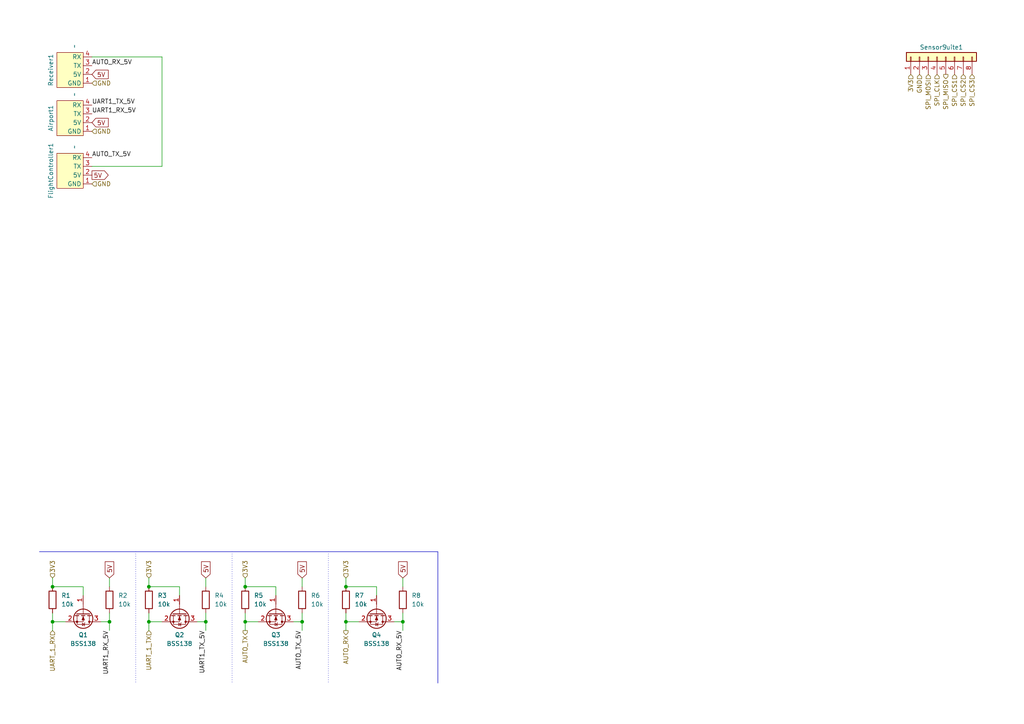
<source format=kicad_sch>
(kicad_sch (version 20250114) (generator "eeschema") (generator_version "9.0")
  (paper "A4")
  (title_block (title "aeronode") (date "2025-04-18") (rev "0.1") (company "Moonlit Garage, Inc"))
  (lib_symbols
    (symbol "Connector_Generic:Conn_01x08" (pin_names (offset 1.016) (hide yes))
      (property "Reference" "J" (at 0 10.16 0))
      (property "Value" "Conn_01x08" (at 0 -12.7 0))
      (symbol "Conn_01x08_1_1"
        (rectangle (start -1.27 8.89) (end 1.27 -11.43) (stroke (width 0.254)) (fill (type background)))
        (rectangle (start -1.27 7.747) (end 0 7.493) (stroke (width 0.1524)))
        (rectangle (start -1.27 5.207) (end 0 4.953) (stroke (width 0.1524)))
        (rectangle (start -1.27 2.667) (end 0 2.413) (stroke (width 0.1524)))
        (rectangle (start -1.27 0.127) (end 0 -0.127) (stroke (width 0.1524)))
        (rectangle (start -1.27 -2.413) (end 0 -2.667) (stroke (width 0.1524)))
        (rectangle (start -1.27 -4.953) (end 0 -5.207) (stroke (width 0.1524)))
        (rectangle (start -1.27 -7.493) (end 0 -7.747) (stroke (width 0.1524)))
        (rectangle (start -1.27 -10.033) (end 0 -10.287) (stroke (width 0.1524)))
        (pin passive line (at -5.08 7.62 0) (length 3.81) (name "Pin_1") (number "1"))
        (pin passive line (at -5.08 5.08 0) (length 3.81) (name "Pin_2") (number "2"))
        (pin passive line (at -5.08 2.54 0) (length 3.81) (name "Pin_3") (number "3"))
        (pin passive line (at -5.08 0 0) (length 3.81) (name "Pin_4") (number "4"))
        (pin passive line (at -5.08 -2.54 0) (length 3.81) (name "Pin_5") (number "5"))
        (pin passive line (at -5.08 -5.08 0) (length 3.81) (name "Pin_6") (number "6"))
        (pin passive line (at -5.08 -7.62 0) (length 3.81) (name "Pin_7") (number "7"))
        (pin passive line (at -5.08 -10.16 0) (length 3.81) (name "Pin_8") (number "8"))
      )
    )
    (symbol "Device:R" (pin_numbers (hide yes)) (pin_names (offset 0))
      (property "Reference" "R" (at 2.032 0 90))
      (property "Value" "R" (at 0 0 90))
      (symbol "R_0_1"
        (rectangle (start -1.016 -2.54) (end 1.016 2.54) (stroke (width 0.254)))
      )
      (symbol "R_1_1"
        (pin passive line (at 0 3.81 270) (length 1.27) (name "~") (number "1"))
        (pin passive line (at 0 -3.81 90) (length 1.27) (name "~") (number "2"))
      )
    )
    (symbol "Transistor_FET:BSS138" (pin_names (hide yes))
      (property "Reference" "Q" (at 5.08 1.905 0))
      (property "Value" "BSS138" (at 5.08 0 0))
      (symbol "BSS138_0_1"
        (polyline (pts (xy 0.254 1.905) (xy 0.254 -1.905)) (stroke (width 0.254)))
        (polyline (pts (xy 0.254 0) (xy -2.54 0)))
        (polyline (pts (xy 0.762 2.286) (xy 0.762 1.27)) (stroke (width 0.254)))
        (polyline (pts (xy 0.762 0.508) (xy 0.762 -0.508)) (stroke (width 0.254)))
        (polyline (pts (xy 0.762 -1.27) (xy 0.762 -2.286)) (stroke (width 0.254)))
        (polyline (pts (xy 0.762 -1.778) (xy 3.302 -1.778) (xy 3.302 1.778) (xy 0.762 1.778)))
        (polyline (pts (xy 1.016 0) (xy 2.032 0.381) (xy 2.032 -0.381) (xy 1.016 0)) (fill (type outline)))
        (circle (center 1.651 0) (radius 2.794) (stroke (width 0.254)))
        (polyline (pts (xy 2.54 2.54) (xy 2.54 1.778)))
        (circle (center 2.54 1.778) (radius 0.254) (fill (type outline)))
        (circle (center 2.54 -1.778) (radius 0.254) (fill (type outline)))
        (polyline (pts (xy 2.54 -2.54) (xy 2.54 0) (xy 0.762 0)))
        (polyline (pts (xy 2.794 0.508) (xy 2.921 0.381) (xy 3.683 0.381) (xy 3.81 0.254)))
        (polyline (pts (xy 3.302 0.381) (xy 2.921 -0.254) (xy 3.683 -0.254) (xy 3.302 0.381)))
      )
      (symbol "BSS138_1_1"
        (pin input line (at -5.08 0 0) (length 2.54) (name "G") (number "1"))
        (pin passive line (at 2.54 5.08 270) (length 2.54) (name "D") (number "3"))
        (pin passive line (at 2.54 -5.08 90) (length 2.54) (name "S") (number "2"))
      )
    )
    (symbol "elrs:ELRS_SMD"
      (property "Reference" "ELRS" (at 0 2.54 0))
      (symbol "ELRS_SMD_1_1"
        (rectangle (start -5.08 3.81) (end 5.08 -3.81) (fill (type background)))
        (pin input line (at -3.81 -6.35 90) (length 2.54) (name "GND") (number "1"))
        (pin input line (at -1.27 -6.35 90) (length 2.54) (name "5V") (number "2"))
        (pin output line (at 1.27 -6.35 90) (length 2.54) (name "TX") (number "3"))
        (pin input line (at 3.81 -6.35 90) (length 2.54) (name "RX") (number "4"))
      )
    )
  )
  (junction (at 43.18 170.18))
  (junction (at 31.75 180.34))
  (junction (at 43.18 180.34))
  (junction (at 15.24 170.18))
  (junction (at 71.12 170.18))
  (junction (at 87.63 180.34))
  (junction (at 59.69 180.34))
  (junction (at 100.33 170.18))
  (junction (at 15.24 180.34))
  (junction (at 100.33 180.34))
  (junction (at 116.84 180.34))
  (junction (at 71.12 180.34))
  (wire (pts (xy 71.12 170.18) (xy 71.12 167.64)))
  (polyline (pts (xy 67.31 160.02) (xy 67.31 198.12)) (stroke (width 0) (type dot)))
  (polyline (pts (xy 39.37 160.02) (xy 39.37 198.12)) (stroke (width 0) (type dot)))
  (wire (pts (xy 26.67 48.26) (xy 46.99 48.26)))
  (wire (pts (xy 46.99 48.26) (xy 46.99 16.51)))
  (wire (pts (xy 59.69 170.18) (xy 59.69 167.64)))
  (wire (pts (xy 31.75 170.18) (xy 31.75 167.64)))
  (wire (pts (xy 71.12 177.8) (xy 71.12 180.34)))
  (wire (pts (xy 31.75 180.34) (xy 31.75 177.8)))
  (polyline (pts (xy 95.25 160.02) (xy 95.25 198.12)) (stroke (width 0) (type dot)))
  (wire (pts (xy 15.24 170.18) (xy 15.24 167.64)))
  (wire (pts (xy 57.15 180.34) (xy 59.69 180.34)))
  (wire (pts (xy 80.01 172.72) (xy 80.01 170.18)))
  (wire (pts (xy 52.07 170.18) (xy 43.18 170.18)))
  (polyline (pts (xy 11.43 160.02) (xy 127 160.02)))
  (wire (pts (xy 100.33 177.8) (xy 100.33 180.34)))
  (wire (pts (xy 116.84 170.18) (xy 116.84 167.64)))
  (wire (pts (xy 43.18 180.34) (xy 43.18 182.88)))
  (wire (pts (xy 59.69 180.34) (xy 59.69 182.88)))
  (wire (pts (xy 43.18 177.8) (xy 43.18 180.34)))
  (wire (pts (xy 15.24 177.8) (xy 15.24 180.34)))
  (wire (pts (xy 43.18 180.34) (xy 46.99 180.34)))
  (wire (pts (xy 100.33 170.18) (xy 100.33 167.64)))
  (wire (pts (xy 87.63 180.34) (xy 87.63 177.8)))
  (wire (pts (xy 116.84 180.34) (xy 116.84 177.8)))
  (wire (pts (xy 31.75 180.34) (xy 31.75 182.88)))
  (wire (pts (xy 24.13 170.18) (xy 15.24 170.18)))
  (wire (pts (xy 59.69 180.34) (xy 59.69 177.8)))
  (wire (pts (xy 15.24 180.34) (xy 15.24 182.88)))
  (wire (pts (xy 43.18 170.18) (xy 43.18 167.64)))
  (wire (pts (xy 80.01 170.18) (xy 71.12 170.18)))
  (wire (pts (xy 29.21 180.34) (xy 31.75 180.34)))
  (wire (pts (xy 114.3 180.34) (xy 116.84 180.34)))
  (wire (pts (xy 87.63 170.18) (xy 87.63 167.64)))
  (wire (pts (xy 109.22 170.18) (xy 100.33 170.18)))
  (wire (pts (xy 85.09 180.34) (xy 87.63 180.34)))
  (wire (pts (xy 109.22 172.72) (xy 109.22 170.18)))
  (wire (pts (xy 71.12 180.34) (xy 74.93 180.34)))
  (wire (pts (xy 71.12 180.34) (xy 71.12 182.88)))
  (wire (pts (xy 52.07 172.72) (xy 52.07 170.18)))
  (wire (pts (xy 24.13 172.72) (xy 24.13 170.18)))
  (wire (pts (xy 15.24 180.34) (xy 19.05 180.34)))
  (polyline (pts (xy 127 160.02) (xy 127 198.12)))
  (wire (pts (xy 100.33 180.34) (xy 100.33 182.88)))
  (wire (pts (xy 100.33 180.34) (xy 104.14 180.34)))
  (wire (pts (xy 46.99 16.51) (xy 26.67 16.51)))
  (wire (pts (xy 116.84 180.34) (xy 116.84 182.88)))
  (wire (pts (xy 87.63 180.34) (xy 87.63 182.88)))
  (label "AUTO_TX_5V" (at 26.67 45.72 0))
  (label "AUTO_TX_5V" (at 87.63 182.88 270))
  (label "AUTO_RX_5V" (at 26.67 19.05 0))
  (label "UART1_RX_5V" (at 31.75 182.88 270))
  (label "UART1_TX_5V" (at 59.69 182.88 270))
  (label "AUTO_RX_5V" (at 116.84 182.88 270))
  (label "UART1_TX_5V" (at 26.67 30.48 0))
  (label "UART1_RX_5V" (at 26.67 33.02 0))
  (global_label "5V" (shape input) (at 87.63 167.64 90) (property "Intersheetrefs" "${INTERSHEET_REFS}" (effects (hide yes))))
  (global_label "5V" (shape input) (at 116.84 167.64 90) (property "Intersheetrefs" "${INTERSHEET_REFS}" (effects (hide yes))))
  (global_label "5V" (shape input) (at 26.67 21.59 0) (property "Intersheetrefs" "${INTERSHEET_REFS}" (effects (hide yes))))
  (global_label "5V" (shape input) (at 31.75 167.64 90) (property "Intersheetrefs" "${INTERSHEET_REFS}" (effects (hide yes))))
  (global_label "5V" (shape output) (at 26.67 50.8 0) (property "Intersheetrefs" "${INTERSHEET_REFS}" (effects (hide yes))))
  (global_label "5V" (shape input) (at 26.67 35.56 0) (property "Intersheetrefs" "${INTERSHEET_REFS}" (effects (hide yes))))
  (global_label "5V" (shape input) (at 59.69 167.64 90) (property "Intersheetrefs" "${INTERSHEET_REFS}" (effects (hide yes))))
  (hierarchical_label "SPI_CLK" (shape input) (at 271.78 21.59 270))
  (hierarchical_label "GND" (shape input) (at 26.67 38.1 0))
  (hierarchical_label "3V3" (shape input) (at 71.12 167.64 90))
  (hierarchical_label "SPI_CS2" (shape input) (at 279.4 21.59 270))
  (hierarchical_label "3V3" (shape input) (at 100.33 167.64 90))
  (hierarchical_label "SPI_CS1" (shape input) (at 276.86 21.59 270))
  (hierarchical_label "3V3" (shape input) (at 264.16 21.59 270))
  (hierarchical_label "SPI_MOSI" (shape input) (at 269.24 21.59 270))
  (hierarchical_label "SPI_CS3" (shape input) (at 281.94 21.59 270))
  (hierarchical_label "UART_1_RX" (shape input) (at 15.24 182.88 270))
  (hierarchical_label "AUTO_TX" (shape output) (at 71.12 182.88 270))
  (hierarchical_label "UART_1_TX" (shape input) (at 43.18 182.88 270))
  (hierarchical_label "3V3" (shape input) (at 15.24 167.64 90))
  (hierarchical_label "GND" (shape input) (at 266.7 21.59 270))
  (hierarchical_label "AUTO_RX" (shape output) (at 100.33 182.88 270))
  (hierarchical_label "GND" (shape input) (at 26.67 53.34 0))
  (hierarchical_label "GND" (shape input) (at 26.67 24.13 0))
  (hierarchical_label "3V3" (shape input) (at 43.18 167.64 90))
  (hierarchical_label "SPI_MISO" (shape output) (at 274.32 21.59 270))
  (symbol (lib_id "Device:R") (at 71.12 173.99 0) (unit 1)
    (property "Reference" "R5" (at 73.66 172.7199 0) (effects (justify left)))
    (property "Value" "10k" (at 73.66 175.2599 0) (effects (justify left)))
    (property "Description" "Resistor" (effects (hide yes)))
  )
  (symbol (lib_id "Connector_Generic:Conn_01x08") (at 271.78 16.51 90) (unit 1)
    (property "Reference" "SensorSuite1" (at 273.05 13.716 90))
    (property "Value" "~" (at 274.3199 13.97 0) (effects (justify left)))
    (property "Footprint" "Connector_PinSocket_2.54mm:PinSocket_1x08_P2.54mm_Vertical" (effects (hide yes)))
    (property "Description" "Generic connector, single row, 01x08, script generated (kicad-library-utils/schlib/autogen/connector/)" (effects (hide yes)))
  )
  (symbol (lib_id "elrs:ELRS_SMD") (at 20.32 20.32 90) (unit 1)
    (property "Reference" "Receiver1" (at 14.732 20.32 0))
    (property "Value" "~" (at 21.59 13.97 0) (effects (justify left)))
  )
  (symbol (lib_id "elrs:ELRS_SMD") (at 20.32 34.29 90) (unit 1)
    (property "Reference" "Airport1" (at 14.732 34.29 0))
    (property "Value" "~" (at 21.59 27.94 0) (effects (justify left)))
  )
  (symbol (lib_id "Transistor_FET:BSS138") (at 24.13 177.8 270) (unit 1)
    (property "Reference" "Q1" (at 24.13 184.15 90))
    (property "Value" "BSS138" (at 24.13 186.69 90))
    (property "Footprint" "Package_TO_SOT_SMD:SOT-23" (effects (hide yes)))
    (property "Datasheet" "https://www.onsemi.com/pub/Collateral/BSS138-D.PDF" (effects (hide yes)))
    (property "Description" "50V Vds, 0.22A Id, N-Channel MOSFET, SOT-23" (effects (hide yes)))
  )
  (symbol (lib_id "elrs:ELRS_SMD") (at 20.32 49.53 90) (unit 1)
    (property "Reference" "FlightController1" (at 14.732 49.53 0))
    (property "Value" "~" (at 21.59 43.18 0) (effects (justify left)))
    (property "Description" "Flight Controller" (effects (hide yes)))
  )
  (symbol (lib_id "Device:R") (at 116.84 173.99 0) (unit 1)
    (property "Reference" "R8" (at 119.38 172.7199 0) (effects (justify left)))
    (property "Value" "10k" (at 119.38 175.2599 0) (effects (justify left)))
    (property "Description" "Resistor" (effects (hide yes)))
  )
  (symbol (lib_id "Device:R") (at 31.75 173.99 0) (unit 1)
    (property "Reference" "R2" (at 34.29 172.7199 0) (effects (justify left)))
    (property "Value" "10k" (at 34.29 175.2599 0) (effects (justify left)))
    (property "Description" "Resistor" (effects (hide yes)))
  )
  (symbol (lib_id "Transistor_FET:BSS138") (at 109.22 177.8 270) (unit 1)
    (property "Reference" "Q4" (at 109.22 184.15 90))
    (property "Value" "BSS138" (at 109.22 186.69 90))
    (property "Footprint" "Package_TO_SOT_SMD:SOT-23" (effects (hide yes)))
    (property "Datasheet" "https://www.onsemi.com/pub/Collateral/BSS138-D.PDF" (effects (hide yes)))
    (property "Description" "50V Vds, 0.22A Id, N-Channel MOSFET, SOT-23" (effects (hide yes)))
  )
  (symbol (lib_id "Device:R") (at 43.18 173.99 0) (unit 1)
    (property "Reference" "R3" (at 45.72 172.7199 0) (effects (justify left)))
    (property "Value" "10k" (at 45.72 175.2599 0) (effects (justify left)))
    (property "Description" "Resistor" (effects (hide yes)))
  )
  (symbol (lib_id "Transistor_FET:BSS138") (at 52.07 177.8 270) (unit 1)
    (property "Reference" "Q2" (at 52.07 184.15 90))
    (property "Value" "BSS138" (at 52.07 186.69 90))
    (property "Footprint" "Package_TO_SOT_SMD:SOT-23" (effects (hide yes)))
    (property "Datasheet" "https://www.onsemi.com/pub/Collateral/BSS138-D.PDF" (effects (hide yes)))
    (property "Description" "50V Vds, 0.22A Id, N-Channel MOSFET, SOT-23" (effects (hide yes)))
  )
  (symbol (lib_id "Device:R") (at 15.24 173.99 0) (unit 1)
    (property "Reference" "R1" (at 17.78 172.7199 0) (effects (justify left)))
    (property "Value" "10k" (at 17.78 175.2599 0) (effects (justify left)))
    (property "Description" "Resistor" (effects (hide yes)))
  )
  (symbol (lib_id "Device:R") (at 100.33 173.99 0) (unit 1)
    (property "Reference" "R7" (at 102.87 172.7199 0) (effects (justify left)))
    (property "Value" "10k" (at 102.87 175.2599 0) (effects (justify left)))
    (property "Description" "Resistor" (effects (hide yes)))
  )
  (symbol (lib_id "Device:R") (at 59.69 173.99 0) (unit 1)
    (property "Reference" "R4" (at 62.23 172.7199 0) (effects (justify left)))
    (property "Value" "10k" (at 62.23 175.2599 0) (effects (justify left)))
    (property "Description" "Resistor" (effects (hide yes)))
  )
  (symbol (lib_id "Transistor_FET:BSS138") (at 80.01 177.8 270) (unit 1)
    (property "Reference" "Q3" (at 80.01 184.15 90))
    (property "Value" "BSS138" (at 80.01 186.69 90))
    (property "Footprint" "Package_TO_SOT_SMD:SOT-23" (effects (hide yes)))
    (property "Datasheet" "https://www.onsemi.com/pub/Collateral/BSS138-D.PDF" (effects (hide yes)))
    (property "Description" "50V Vds, 0.22A Id, N-Channel MOSFET, SOT-23" (effects (hide yes)))
  )
  (symbol (lib_id "Device:R") (at 87.63 173.99 0) (unit 1)
    (property "Reference" "R6" (at 90.17 172.7199 0) (effects (justify left)))
    (property "Value" "10k" (at 90.17 175.2599 0) (effects (justify left)))
    (property "Description" "Resistor" (effects (hide yes)))
  )
)
</source>
